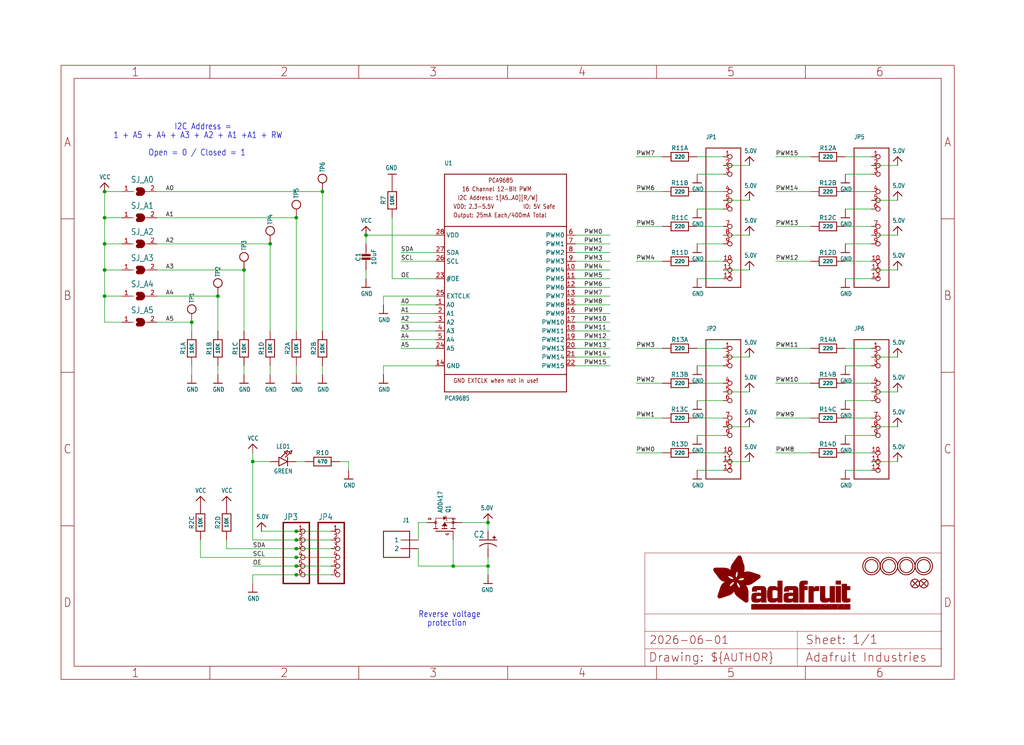
<source format=kicad_sch>
(kicad_sch (version 20230121) (generator eeschema)
  (paper "User" 298.45 217.322)
  (lib_symbols
    (symbol "working-eagle-import:5.0V" (power)
      (property "Value" "5.0V" (at -1.524 1.016 0))
      (symbol "5.0V_1_0"
        (pin power_in line (at 0 -2.54 90) (length 2.54) (name "5.0V") (number "1"))
      )
    )
    (symbol "working-eagle-import:CAP_CERAMIC0805-NOOUTLINE"
      (property "Reference" "C" (at -2.29 1.25 90))
      (symbol "CAP_CERAMIC0805-NOOUTLINE_1_0"
        (pin passive line (at 0 5.08 270) (length 2.54) (name "1") (number "1"))
        (pin passive line (at 0 -2.54 90) (length 2.54) (name "2") (number "2"))
      )
    )
    (symbol "working-eagle-import:CPOL-USE3.5-8"
      (property "Reference" "C" (at 1.016 0.635 0))
      (symbol "CPOL-USE3.5-8_1_0"
        (pin passive line (at 0 2.54 270) (length 2.54) (name "+") (number "+"))
        (pin passive line (at 0 -5.08 90) (length 2.54) (name "-") (number "-"))
      )
    )
    (symbol "working-eagle-import:FIDUCIAL{dblquote}{dblquote}")
    (symbol "working-eagle-import:FRAME_A4_ADAFRUIT"
      (symbol "FRAME_A4_ADAFRUIT_1_0"
        (text "${#}/${##}" (at 230.505 10.16 0) (effects (font (size 2.54 2.54)) (justify left bottom)))
        (text "${AUTHOR}" (at 189.23 5.08 0) (effects (font (size 2.286 2.286)) (justify left bottom)))
        (text "${CURRENT_DATE}" (at 171.45 10.16 0) (effects (font (size 2.286 2.286)) (justify left bottom)))
        (text "${PROJECTNAME}" (at 171.45 15.24 0) (effects (font (size 2.54 2.54)) (justify left bottom)))
        (text "1" (at 21.6958 1.905 0) (effects (font (size 2.54 2.286))))
        (text "1" (at 21.6958 177.165 0) (effects (font (size 2.54 2.286))))
        (text "2" (at 65.0875 1.905 0) (effects (font (size 2.54 2.286))))
        (text "2" (at 65.0875 177.165 0) (effects (font (size 2.54 2.286))))
        (text "3" (at 108.4792 1.905 0) (effects (font (size 2.54 2.286))))
        (text "3" (at 108.4792 177.165 0) (effects (font (size 2.54 2.286))))
        (text "4" (at 151.8708 1.905 0) (effects (font (size 2.54 2.286))))
        (text "4" (at 151.8708 177.165 0) (effects (font (size 2.54 2.286))))
        (text "5" (at 195.2625 1.905 0) (effects (font (size 2.54 2.286))))
        (text "5" (at 195.2625 177.165 0) (effects (font (size 2.54 2.286))))
        (text "6" (at 238.6542 1.905 0) (effects (font (size 2.54 2.286))))
        (text "6" (at 238.6542 177.165 0) (effects (font (size 2.54 2.286))))
        (text "A" (at 1.905 156.6863 0) (effects (font (size 2.54 2.286))))
        (text "A" (at 258.445 156.6863 0) (effects (font (size 2.54 2.286))))
        (text "Adafruit Industries" (at 216.916 4.953 0) (effects (font (size 2.54 2.54)) (justify left bottom)))
        (text "B" (at 1.905 111.9188 0) (effects (font (size 2.54 2.286))))
        (text "B" (at 258.445 111.9188 0) (effects (font (size 2.54 2.286))))
        (text "C" (at 1.905 67.1513 0) (effects (font (size 2.54 2.286))))
        (text "C" (at 258.445 67.1513 0) (effects (font (size 2.54 2.286))))
        (text "D" (at 1.905 22.3838 0) (effects (font (size 2.54 2.286))))
        (text "D" (at 258.445 22.3838 0) (effects (font (size 2.54 2.286))))
        (text "Drawing:" (at 171.196 4.953 0) (effects (font (size 2.54 2.54)) (justify left bottom)))
        (text "Sheet:" (at 216.916 10.033 0) (effects (font (size 2.54 2.54)) (justify left bottom)))
      )
    )
    (symbol "working-eagle-import:GND" (power)
      (property "Value" "GND" (at -1.524 -2.54 0))
      (symbol "GND_1_0"
        (pin power_in line (at 0 2.54 270) (length 2.54) (name "GND") (number "1"))
      )
    )
    (symbol "working-eagle-import:HEADER-3X04"
      (property "Reference" "JP" (at -5.08 22.86 0))
      (symbol "HEADER-3X04_1_0"
        (pin passive inverted (at 0 17.78 0) (length 2.54) (name "1") (number "1"))
        (pin passive inverted (at 0 -12.7 0) (length 2.54) (name "10") (number "10"))
        (pin passive inverted (at 0 -15.24 0) (length 2.54) (name "11") (number "11"))
        (pin passive inverted (at 0 -17.78 0) (length 2.54) (name "12") (number "12"))
        (pin passive inverted (at 0 15.24 0) (length 2.54) (name "2") (number "2"))
        (pin passive inverted (at 0 12.7 0) (length 2.54) (name "3") (number "3"))
        (pin passive inverted (at 0 7.62 0) (length 2.54) (name "4") (number "4"))
        (pin passive inverted (at 0 5.08 0) (length 2.54) (name "5") (number "5"))
        (pin passive inverted (at 0 2.54 0) (length 2.54) (name "6") (number "6"))
        (pin passive inverted (at 0 -2.54 0) (length 2.54) (name "7") (number "7"))
        (pin passive inverted (at 0 -5.08 0) (length 2.54) (name "8") (number "8"))
        (pin passive inverted (at 0 -7.62 0) (length 2.54) (name "9") (number "9"))
      )
    )
    (symbol "working-eagle-import:LED0805_NOOUTLINE"
      (property "Reference" "D" (at -1.27 4.445 0))
      (symbol "LED0805_NOOUTLINE_1_0"
        (pin passive line (at -5.08 0 0) (length 2.54) (name "A") (number "A"))
        (pin passive line (at 2.54 0 180) (length 2.54) (name "C") (number "C"))
      )
    )
    (symbol "working-eagle-import:MOSFET-PTO252"
      (property "Reference" "Q" (at 2.794 0.381 0))
      (symbol "MOSFET-PTO252_1_0"
        (text "D" (at 0.635 -3.81 0) (effects (font (size 0.8128 0.6908)) (justify left bottom)))
        (text "G" (at -3.81 1.27 0) (effects (font (size 0.8128 0.6908)) (justify left bottom)))
        (text "S" (at 0.635 3.175 0) (effects (font (size 0.8128 0.6908)) (justify left bottom)))
        (pin passive line (at -5.08 2.54 0) (length 2.54) (name "G") (number "1"))
        (pin passive line (at 0 5.08 270) (length 2.54) (name "S") (number "2"))
        (pin passive line (at 0 -5.08 90) (length 2.54) (name "D") (number "3"))
      )
    )
    (symbol "working-eagle-import:MOUNTINGHOLE2.5")
    (symbol "working-eagle-import:PCA9685"
      (property "Reference" "U" (at -17.78 35.56 0))
      (symbol "PCA9685_1_0"
        (text "16 Channel 12-Bit PWM" (at -12.7 27.94 0) (effects (font (size 1.27 1.0795)) (justify left bottom)))
        (text "GND EXTCLK when not in use!" (at -15.24 -27.94 0) (effects (font (size 1.27 1.0795)) (justify left bottom)))
        (text "I2C Address: 1[A5..A0][R/W]" (at -13.97 25.4 0) (effects (font (size 1.27 1.0795)) (justify left bottom)))
        (text "IO: 5V Safe" (at 5.08 22.86 0) (effects (font (size 1.27 1.0795)) (justify left bottom)))
        (text "Output: 25mA Each/400mA Total" (at -15.24 20.32 0) (effects (font (size 1.27 1.0795)) (justify left bottom)))
        (text "PCA9685" (at -5.08 30.48 0) (effects (font (size 1.27 1.0795)) (justify left bottom)))
        (text "VDD: 2.3-5.5V" (at -15.24 22.86 0) (effects (font (size 1.27 1.0795)) (justify left bottom)))
        (pin bidirectional line (at -20.32 -5.08 0) (length 2.54) (name "A0") (number "1"))
        (pin output line (at 20.32 5.08 180) (length 2.54) (name "PWM4") (number "10"))
        (pin output line (at 20.32 2.54 180) (length 2.54) (name "PWM5") (number "11"))
        (pin output line (at 20.32 0 180) (length 2.54) (name "PWM6") (number "12"))
        (pin output line (at 20.32 -2.54 180) (length 2.54) (name "PWM7") (number "13"))
        (pin power_in line (at -20.32 -22.86 0) (length 2.54) (name "GND") (number "14"))
        (pin output line (at 20.32 -5.08 180) (length 2.54) (name "PWM8") (number "15"))
        (pin output line (at 20.32 -7.62 180) (length 2.54) (name "PWM9") (number "16"))
        (pin output line (at 20.32 -10.16 180) (length 2.54) (name "PWM10") (number "17"))
        (pin output line (at 20.32 -12.7 180) (length 2.54) (name "PWM11") (number "18"))
        (pin output line (at 20.32 -15.24 180) (length 2.54) (name "PWM12") (number "19"))
        (pin bidirectional line (at -20.32 -7.62 0) (length 2.54) (name "A1") (number "2"))
        (pin output line (at 20.32 -17.78 180) (length 2.54) (name "PWM13") (number "20"))
        (pin output line (at 20.32 -20.32 180) (length 2.54) (name "PWM14") (number "21"))
        (pin output line (at 20.32 -22.86 180) (length 2.54) (name "PWM15") (number "22"))
        (pin input line (at -20.32 2.54 0) (length 2.54) (name "#OE") (number "23"))
        (pin bidirectional line (at -20.32 -17.78 0) (length 2.54) (name "A5") (number "24"))
        (pin input line (at -20.32 -2.54 0) (length 2.54) (name "EXTCLK") (number "25"))
        (pin bidirectional line (at -20.32 7.62 0) (length 2.54) (name "SCL") (number "26"))
        (pin bidirectional line (at -20.32 10.16 0) (length 2.54) (name "SDA") (number "27"))
        (pin power_in line (at -20.32 15.24 0) (length 2.54) (name "VDD") (number "28"))
        (pin bidirectional line (at -20.32 -10.16 0) (length 2.54) (name "A2") (number "3"))
        (pin bidirectional line (at -20.32 -12.7 0) (length 2.54) (name "A3") (number "4"))
        (pin bidirectional line (at -20.32 -15.24 0) (length 2.54) (name "A4") (number "5"))
        (pin output line (at 20.32 15.24 180) (length 2.54) (name "PWM0") (number "6"))
        (pin output line (at 20.32 12.7 180) (length 2.54) (name "PWM1") (number "7"))
        (pin output line (at 20.32 10.16 180) (length 2.54) (name "PWM2") (number "8"))
        (pin output line (at 20.32 7.62 180) (length 2.54) (name "PWM3") (number "9"))
      )
    )
    (symbol "working-eagle-import:PINHD-1X6CB"
      (property "Reference" "JP" (at -6.35 10.795 0))
      (symbol "PINHD-1X6CB_1_0"
        (pin passive inverted (at -2.54 7.62 0) (length 2.54) (name "1") (number "1"))
        (pin passive inverted (at -2.54 5.08 0) (length 2.54) (name "2") (number "2"))
        (pin passive inverted (at -2.54 2.54 0) (length 2.54) (name "3") (number "3"))
        (pin passive inverted (at -2.54 0 0) (length 2.54) (name "4") (number "4"))
        (pin passive inverted (at -2.54 -2.54 0) (length 2.54) (name "5") (number "5"))
        (pin passive inverted (at -2.54 -5.08 0) (length 2.54) (name "6") (number "6"))
      )
    )
    (symbol "working-eagle-import:RESISTOR0805_NOOUTLINE"
      (property "Reference" "R" (at 0 2.54 0))
      (symbol "RESISTOR0805_NOOUTLINE_1_0"
        (pin passive line (at -5.08 0 0) (length 2.54) (name "1") (number "1"))
        (pin passive line (at 5.08 0 180) (length 2.54) (name "2") (number "2"))
      )
    )
    (symbol "working-eagle-import:RESISTOR_0805MP"
      (property "Reference" "R" (at 0 2.54 0))
      (symbol "RESISTOR_0805MP_1_0"
        (pin passive line (at -5.08 0 0) (length 2.54) (name "1") (number "1"))
        (pin passive line (at 5.08 0 180) (length 2.54) (name "2") (number "2"))
      )
    )
    (symbol "working-eagle-import:RESISTOR_4PACK"
      (property "Reference" "R" (at 0 2.54 0))
      (symbol "RESISTOR_4PACK_1_0"
        (pin passive line (at -5.08 0 0) (length 2.54) (name "1") (number "1"))
        (pin passive line (at 5.08 0 180) (length 2.54) (name "2") (number "8"))
      )
      (symbol "RESISTOR_4PACK_2_0"
        (pin passive line (at -5.08 0 0) (length 2.54) (name "1") (number "2"))
        (pin passive line (at 5.08 0 180) (length 2.54) (name "2") (number "7"))
      )
      (symbol "RESISTOR_4PACK_3_0"
        (pin passive line (at -5.08 0 0) (length 2.54) (name "1") (number "3"))
        (pin passive line (at 5.08 0 180) (length 2.54) (name "2") (number "6"))
      )
      (symbol "RESISTOR_4PACK_4_0"
        (pin passive line (at -5.08 0 0) (length 2.54) (name "1") (number "4"))
        (pin passive line (at 5.08 0 180) (length 2.54) (name "2") (number "5"))
      )
    )
    (symbol "working-eagle-import:SOLDERJUMPERREFLOW_NOPASTE"
      (property "Reference" "SJ" (at -2.54 2.54 0))
      (symbol "SOLDERJUMPERREFLOW_NOPASTE_1_0"
        (pin passive line (at -5.08 0 0) (length 2.54) (name "1") (number "1"))
        (pin passive line (at 5.08 0 180) (length 2.54) (name "2") (number "2"))
      )
    )
    (symbol "working-eagle-import:TERMBLOCK_1X2"
      (property "Reference" "X" (at -2.54 7.62 0))
      (symbol "TERMBLOCK_1X2_1_0"
        (pin passive line (at -5.08 2.54 0) (length 5.08) (name "1") (number "1"))
        (pin passive line (at -5.08 0 0) (length 5.08) (name "2") (number "2"))
      )
    )
    (symbol "working-eagle-import:TESTPOINTROUND1MM"
      (property "Reference" "TP" (at 0 5.588 90))
      (symbol "TESTPOINTROUND1MM_1_0"
        (pin bidirectional line (at 0 0 90) (length 2.54) (name "P$1") (number "P$1"))
      )
    )
    (symbol "working-eagle-import:VCC" (power)
      (property "Value" "VCC" (at -1.524 1.016 0))
      (symbol "VCC_1_0"
        (pin power_in line (at 0 -2.54 90) (length 2.54) (name "VCC") (number "1"))
      )
    )
  )
  (junction (at 86.36 63.5))
  (junction (at 86.36 165.1))
  (junction (at 142.24 165.1))
  (junction (at 132.08 165.1))
  (junction (at 30.48 63.5))
  (junction (at 30.48 71.12))
  (junction (at 93.98 55.88))
  (junction (at 86.36 157.48))
  (junction (at 30.48 78.74))
  (junction (at 71.12 78.74))
  (junction (at 142.24 152.4))
  (junction (at 86.36 154.94))
  (junction (at 30.48 86.36))
  (junction (at 86.36 160.02))
  (junction (at 55.88 93.98))
  (junction (at 73.66 134.62))
  (junction (at 30.48 55.88))
  (junction (at 86.36 167.64))
  (junction (at 78.74 71.12))
  (junction (at 86.36 162.56))
  (junction (at 63.5 86.36))
  (junction (at 106.68 68.58))
  (wire (pts (xy 142.24 165.1) (xy 132.08 165.1)) (stroke (width 0.1524)))
  (wire (pts (xy 210.82 116.84) (xy 203.2 116.84)) (stroke (width 0.1524)))
  (wire (pts (xy 236.22 132.08) (xy 226.06 132.08)) (stroke (width 0.1524)))
  (wire (pts (xy 210.82 114.3) (xy 218.44 114.3)) (stroke (width 0.1524)))
  (wire (pts (xy 254 137.16) (xy 246.38 137.16)) (stroke (width 0.1524)))
  (wire (pts (xy 35.56 93.98) (xy 30.48 93.98)) (stroke (width 0.1524)))
  (wire (pts (xy 30.48 78.74) (xy 30.48 71.12)) (stroke (width 0.1524)))
  (wire (pts (xy 210.82 60.96) (xy 203.2 60.96)) (stroke (width 0.1524)))
  (wire (pts (xy 254 50.8) (xy 246.38 50.8)) (stroke (width 0.1524)))
  (wire (pts (xy 210.82 127) (xy 203.2 127)) (stroke (width 0.1524)))
  (wire (pts (xy 45.72 78.74) (xy 71.12 78.74)) (stroke (width 0.1524)))
  (wire (pts (xy 114.3 81.28) (xy 114.3 63.5)) (stroke (width 0.1524)))
  (wire (pts (xy 93.98 55.88) (xy 93.98 96.52)) (stroke (width 0.1524)))
  (wire (pts (xy 203.2 55.88) (xy 210.82 55.88)) (stroke (width 0.1524)))
  (wire (pts (xy 236.22 111.76) (xy 226.06 111.76)) (stroke (width 0.1524)))
  (wire (pts (xy 246.38 66.04) (xy 254 66.04)) (stroke (width 0.1524)))
  (wire (pts (xy 55.88 93.98) (xy 55.88 96.52)) (stroke (width 0.1524)))
  (wire (pts (xy 210.82 50.8) (xy 203.2 50.8)) (stroke (width 0.1524)))
  (wire (pts (xy 66.04 160.02) (xy 66.04 157.48)) (stroke (width 0.1524)))
  (wire (pts (xy 254 60.96) (xy 246.38 60.96)) (stroke (width 0.1524)))
  (wire (pts (xy 203.2 132.08) (xy 210.82 132.08)) (stroke (width 0.1524)))
  (wire (pts (xy 127 73.66) (xy 116.84 73.66)) (stroke (width 0.1524)))
  (wire (pts (xy 210.82 58.42) (xy 218.44 58.42)) (stroke (width 0.1524)))
  (wire (pts (xy 254 104.14) (xy 261.62 104.14)) (stroke (width 0.1524)))
  (wire (pts (xy 45.72 63.5) (xy 86.36 63.5)) (stroke (width 0.1524)))
  (wire (pts (xy 71.12 78.74) (xy 71.12 96.52)) (stroke (width 0.1524)))
  (wire (pts (xy 30.48 63.5) (xy 30.48 55.88)) (stroke (width 0.1524)))
  (wire (pts (xy 73.66 167.64) (xy 73.66 170.18)) (stroke (width 0.1524)))
  (wire (pts (xy 45.72 86.36) (xy 63.5 86.36)) (stroke (width 0.1524)))
  (wire (pts (xy 193.04 45.72) (xy 185.42 45.72)) (stroke (width 0.1524)))
  (wire (pts (xy 35.56 71.12) (xy 30.48 71.12)) (stroke (width 0.1524)))
  (wire (pts (xy 254 58.42) (xy 261.62 58.42)) (stroke (width 0.1524)))
  (wire (pts (xy 96.52 160.02) (xy 86.36 160.02)) (stroke (width 0.1524)))
  (wire (pts (xy 127 86.36) (xy 111.76 86.36)) (stroke (width 0.1524)))
  (wire (pts (xy 210.82 104.14) (xy 218.44 104.14)) (stroke (width 0.1524)))
  (wire (pts (xy 254 127) (xy 246.38 127)) (stroke (width 0.1524)))
  (wire (pts (xy 78.74 106.68) (xy 78.74 109.22)) (stroke (width 0.1524)))
  (wire (pts (xy 106.68 68.58) (xy 127 68.58)) (stroke (width 0.1524)))
  (wire (pts (xy 58.42 162.56) (xy 58.42 157.48)) (stroke (width 0.1524)))
  (wire (pts (xy 167.64 78.74) (xy 177.8 78.74)) (stroke (width 0.1524)))
  (wire (pts (xy 73.66 157.48) (xy 73.66 134.62)) (stroke (width 0.1524)))
  (wire (pts (xy 254 68.58) (xy 261.62 68.58)) (stroke (width 0.1524)))
  (wire (pts (xy 134.62 152.4) (xy 142.24 152.4)) (stroke (width 0.1524)))
  (wire (pts (xy 96.52 157.48) (xy 86.36 157.48)) (stroke (width 0.1524)))
  (wire (pts (xy 35.56 86.36) (xy 30.48 86.36)) (stroke (width 0.1524)))
  (wire (pts (xy 127 99.06) (xy 116.84 99.06)) (stroke (width 0.1524)))
  (wire (pts (xy 246.38 76.2) (xy 254 76.2)) (stroke (width 0.1524)))
  (wire (pts (xy 167.64 86.36) (xy 177.8 86.36)) (stroke (width 0.1524)))
  (wire (pts (xy 167.64 73.66) (xy 177.8 73.66)) (stroke (width 0.1524)))
  (wire (pts (xy 86.36 165.1) (xy 73.66 165.1)) (stroke (width 0.1524)))
  (wire (pts (xy 30.48 93.98) (xy 30.48 86.36)) (stroke (width 0.1524)))
  (wire (pts (xy 203.2 101.6) (xy 210.82 101.6)) (stroke (width 0.1524)))
  (wire (pts (xy 96.52 162.56) (xy 86.36 162.56)) (stroke (width 0.1524)))
  (wire (pts (xy 210.82 78.74) (xy 218.44 78.74)) (stroke (width 0.1524)))
  (wire (pts (xy 73.66 134.62) (xy 73.66 132.08)) (stroke (width 0.1524)))
  (wire (pts (xy 86.36 160.02) (xy 66.04 160.02)) (stroke (width 0.1524)))
  (wire (pts (xy 167.64 83.82) (xy 177.8 83.82)) (stroke (width 0.1524)))
  (wire (pts (xy 86.36 154.94) (xy 96.52 154.94)) (stroke (width 0.1524)))
  (wire (pts (xy 203.2 121.92) (xy 210.82 121.92)) (stroke (width 0.1524)))
  (wire (pts (xy 86.36 134.62) (xy 88.9 134.62)) (stroke (width 0.1524)))
  (wire (pts (xy 121.92 165.1) (xy 121.92 160.02)) (stroke (width 0.1524)))
  (wire (pts (xy 86.36 63.5) (xy 86.36 96.52)) (stroke (width 0.1524)))
  (wire (pts (xy 96.52 167.64) (xy 86.36 167.64)) (stroke (width 0.1524)))
  (wire (pts (xy 210.82 137.16) (xy 203.2 137.16)) (stroke (width 0.1524)))
  (wire (pts (xy 246.38 55.88) (xy 254 55.88)) (stroke (width 0.1524)))
  (wire (pts (xy 35.56 78.74) (xy 30.48 78.74)) (stroke (width 0.1524)))
  (wire (pts (xy 236.22 121.92) (xy 226.06 121.92)) (stroke (width 0.1524)))
  (wire (pts (xy 142.24 162.56) (xy 142.24 165.1)) (stroke (width 0.1524)))
  (wire (pts (xy 167.64 99.06) (xy 177.8 99.06)) (stroke (width 0.1524)))
  (wire (pts (xy 210.82 81.28) (xy 203.2 81.28)) (stroke (width 0.1524)))
  (wire (pts (xy 132.08 165.1) (xy 121.92 165.1)) (stroke (width 0.1524)))
  (wire (pts (xy 35.56 55.88) (xy 30.48 55.88)) (stroke (width 0.1524)))
  (wire (pts (xy 254 114.3) (xy 261.62 114.3)) (stroke (width 0.1524)))
  (wire (pts (xy 254 78.74) (xy 261.62 78.74)) (stroke (width 0.1524)))
  (wire (pts (xy 71.12 106.68) (xy 71.12 109.22)) (stroke (width 0.1524)))
  (wire (pts (xy 127 96.52) (xy 116.84 96.52)) (stroke (width 0.1524)))
  (wire (pts (xy 111.76 86.36) (xy 111.76 88.9)) (stroke (width 0.1524)))
  (wire (pts (xy 210.82 71.12) (xy 203.2 71.12)) (stroke (width 0.1524)))
  (wire (pts (xy 45.72 55.88) (xy 93.98 55.88)) (stroke (width 0.1524)))
  (wire (pts (xy 167.64 68.58) (xy 177.8 68.58)) (stroke (width 0.1524)))
  (wire (pts (xy 210.82 134.62) (xy 218.44 134.62)) (stroke (width 0.1524)))
  (wire (pts (xy 254 81.28) (xy 246.38 81.28)) (stroke (width 0.1524)))
  (wire (pts (xy 86.36 157.48) (xy 73.66 157.48)) (stroke (width 0.1524)))
  (wire (pts (xy 127 101.6) (xy 116.84 101.6)) (stroke (width 0.1524)))
  (wire (pts (xy 124.46 152.4) (xy 121.92 152.4)) (stroke (width 0.1524)))
  (wire (pts (xy 86.36 162.56) (xy 58.42 162.56)) (stroke (width 0.1524)))
  (wire (pts (xy 127 93.98) (xy 116.84 93.98)) (stroke (width 0.1524)))
  (wire (pts (xy 167.64 96.52) (xy 177.8 96.52)) (stroke (width 0.1524)))
  (wire (pts (xy 254 71.12) (xy 246.38 71.12)) (stroke (width 0.1524)))
  (wire (pts (xy 127 88.9) (xy 116.84 88.9)) (stroke (width 0.1524)))
  (wire (pts (xy 63.5 86.36) (xy 63.5 96.52)) (stroke (width 0.1524)))
  (wire (pts (xy 167.64 76.2) (xy 177.8 76.2)) (stroke (width 0.1524)))
  (wire (pts (xy 254 48.26) (xy 261.62 48.26)) (stroke (width 0.1524)))
  (wire (pts (xy 45.72 93.98) (xy 55.88 93.98)) (stroke (width 0.1524)))
  (wire (pts (xy 86.36 106.68) (xy 86.36 109.22)) (stroke (width 0.1524)))
  (wire (pts (xy 106.68 68.58) (xy 106.68 71.12)) (stroke (width 0.1524)))
  (wire (pts (xy 73.66 134.62) (xy 78.74 134.62)) (stroke (width 0.1524)))
  (wire (pts (xy 127 81.28) (xy 114.3 81.28)) (stroke (width 0.1524)))
  (wire (pts (xy 236.22 45.72) (xy 226.06 45.72)) (stroke (width 0.1524)))
  (wire (pts (xy 203.2 76.2) (xy 210.82 76.2)) (stroke (width 0.1524)))
  (wire (pts (xy 142.24 165.1) (xy 142.24 167.64)) (stroke (width 0.1524)))
  (wire (pts (xy 167.64 81.28) (xy 177.8 81.28)) (stroke (width 0.1524)))
  (wire (pts (xy 63.5 106.68) (xy 63.5 109.22)) (stroke (width 0.1524)))
  (wire (pts (xy 132.08 157.48) (xy 132.08 165.1)) (stroke (width 0.1524)))
  (wire (pts (xy 167.64 93.98) (xy 177.8 93.98)) (stroke (width 0.1524)))
  (wire (pts (xy 86.36 167.64) (xy 73.66 167.64)) (stroke (width 0.1524)))
  (wire (pts (xy 55.88 106.68) (xy 55.88 109.22)) (stroke (width 0.1524)))
  (wire (pts (xy 127 106.68) (xy 111.76 106.68)) (stroke (width 0.1524)))
  (wire (pts (xy 236.22 66.04) (xy 226.06 66.04)) (stroke (width 0.1524)))
  (wire (pts (xy 203.2 111.76) (xy 210.82 111.76)) (stroke (width 0.1524)))
  (wire (pts (xy 236.22 76.2) (xy 226.06 76.2)) (stroke (width 0.1524)))
  (wire (pts (xy 167.64 91.44) (xy 177.8 91.44)) (stroke (width 0.1524)))
  (wire (pts (xy 193.04 121.92) (xy 185.42 121.92)) (stroke (width 0.1524)))
  (wire (pts (xy 203.2 66.04) (xy 210.82 66.04)) (stroke (width 0.1524)))
  (wire (pts (xy 254 134.62) (xy 261.62 134.62)) (stroke (width 0.1524)))
  (wire (pts (xy 246.38 101.6) (xy 254 101.6)) (stroke (width 0.1524)))
  (wire (pts (xy 185.42 55.88) (xy 193.04 55.88)) (stroke (width 0.1524)))
  (wire (pts (xy 93.98 106.68) (xy 93.98 109.22)) (stroke (width 0.1524)))
  (wire (pts (xy 210.82 124.46) (xy 218.44 124.46)) (stroke (width 0.1524)))
  (wire (pts (xy 106.68 78.74) (xy 106.68 81.28)) (stroke (width 0.1524)))
  (wire (pts (xy 193.04 66.04) (xy 185.42 66.04)) (stroke (width 0.1524)))
  (wire (pts (xy 78.74 71.12) (xy 78.74 96.52)) (stroke (width 0.1524)))
  (wire (pts (xy 236.22 55.88) (xy 226.06 55.88)) (stroke (width 0.1524)))
  (wire (pts (xy 254 124.46) (xy 261.62 124.46)) (stroke (width 0.1524)))
  (wire (pts (xy 167.64 88.9) (xy 177.8 88.9)) (stroke (width 0.1524)))
  (wire (pts (xy 167.64 104.14) (xy 177.8 104.14)) (stroke (width 0.1524)))
  (wire (pts (xy 30.48 71.12) (xy 30.48 63.5)) (stroke (width 0.1524)))
  (wire (pts (xy 193.04 101.6) (xy 185.42 101.6)) (stroke (width 0.1524)))
  (wire (pts (xy 246.38 121.92) (xy 254 121.92)) (stroke (width 0.1524)))
  (wire (pts (xy 210.82 48.26) (xy 218.44 48.26)) (stroke (width 0.1524)))
  (wire (pts (xy 167.64 101.6) (xy 177.8 101.6)) (stroke (width 0.1524)))
  (wire (pts (xy 246.38 45.72) (xy 254 45.72)) (stroke (width 0.1524)))
  (wire (pts (xy 127 91.44) (xy 116.84 91.44)) (stroke (width 0.1524)))
  (wire (pts (xy 121.92 152.4) (xy 121.92 157.48)) (stroke (width 0.1524)))
  (wire (pts (xy 45.72 71.12) (xy 78.74 71.12)) (stroke (width 0.1524)))
  (wire (pts (xy 127 76.2) (xy 116.84 76.2)) (stroke (width 0.1524)))
  (wire (pts (xy 30.48 86.36) (xy 30.48 78.74)) (stroke (width 0.1524)))
  (wire (pts (xy 99.06 134.62) (xy 101.6 134.62)) (stroke (width 0.1524)))
  (wire (pts (xy 236.22 101.6) (xy 226.06 101.6)) (stroke (width 0.1524)))
  (wire (pts (xy 35.56 63.5) (xy 30.48 63.5)) (stroke (width 0.1524)))
  (wire (pts (xy 210.82 68.58) (xy 218.44 68.58)) (stroke (width 0.1524)))
  (wire (pts (xy 167.64 71.12) (xy 177.8 71.12)) (stroke (width 0.1524)))
  (wire (pts (xy 193.04 76.2) (xy 185.42 76.2)) (stroke (width 0.1524)))
  (wire (pts (xy 96.52 165.1) (xy 86.36 165.1)) (stroke (width 0.1524)))
  (wire (pts (xy 167.64 106.68) (xy 177.8 106.68)) (stroke (width 0.1524)))
  (wire (pts (xy 193.04 111.76) (xy 185.42 111.76)) (stroke (width 0.1524)))
  (wire (pts (xy 111.76 106.68) (xy 111.76 109.22)) (stroke (width 0.1524)))
  (wire (pts (xy 203.2 45.72) (xy 210.82 45.72)) (stroke (width 0.1524)))
  (wire (pts (xy 246.38 111.76) (xy 254 111.76)) (stroke (width 0.1524)))
  (wire (pts (xy 76.2 154.94) (xy 86.36 154.94)) (stroke (width 0.1524)))
  (wire (pts (xy 254 106.68) (xy 246.38 106.68)) (stroke (width 0.1524)))
  (wire (pts (xy 193.04 132.08) (xy 185.42 132.08)) (stroke (width 0.1524)))
  (wire (pts (xy 142.24 152.4) (xy 142.24 154.94)) (stroke (width 0.1524)))
  (wire (pts (xy 254 116.84) (xy 246.38 116.84)) (stroke (width 0.1524)))
  (wire (pts (xy 246.38 132.08) (xy 254 132.08)) (stroke (width 0.1524)))
  (wire (pts (xy 101.6 134.62) (xy 101.6 137.16)) (stroke (width 0.1524)))
  (wire (pts (xy 210.82 106.68) (xy 203.2 106.68)) (stroke (width 0.1524)))
  (text "1 + A5 + A4 + A3 + A2 + A1 +A1 + RW" (at 33.02 40.64 0) (effects (font (size 1.778 1.5113)) (justify left bottom)))
  (text "Open = 0 / Closed = 1" (at 43.18 45.72 0) (effects (font (size 1.778 1.5113)) (justify left bottom)))
  (text "protection" (at 124.46 182.88 0) (effects (font (size 1.778 1.5113)) (justify left bottom)))
  (text "Reverse voltage" (at 121.92 180.34 0) (effects (font (size 1.778 1.5113)) (justify left bottom)))
  (text "I2C Address =" (at 50.8 38.1 0) (effects (font (size 1.778 1.5113)) (justify left bottom)))
  (label "A4" (at 116.84 99.06 0) (effects (font (size 1.2446 1.2446))))
  (label "PWM5" (at 185.42 66.04 0) (effects (font (size 1.2446 1.2446))))
  (label "A1" (at 116.84 91.44 0) (effects (font (size 1.2446 1.2446))))
  (label "PWM2" (at 170.18 73.66 0) (effects (font (size 1.2446 1.2446))))
  (label "PWM8" (at 170.18 88.9 0) (effects (font (size 1.2446 1.2446))))
  (label "A5" (at 116.84 101.6 0) (effects (font (size 1.2446 1.2446))))
  (label "A4" (at 48.26 86.36 0) (effects (font (size 1.2446 1.2446))))
  (label "PWM4" (at 185.42 76.2 0) (effects (font (size 1.2446 1.2446))))
  (label "A3" (at 116.84 96.52 0) (effects (font (size 1.2446 1.2446))))
  (label "PWM1" (at 185.42 121.92 0) (effects (font (size 1.2446 1.2446))))
  (label "A2" (at 48.26 71.12 0) (effects (font (size 1.2446 1.2446))))
  (label "PWM3" (at 185.42 101.6 0) (effects (font (size 1.2446 1.2446))))
  (label "PWM12" (at 226.06 76.2 0) (effects (font (size 1.2446 1.2446))))
  (label "PWM9" (at 226.06 121.92 0) (effects (font (size 1.2446 1.2446))))
  (label "PWM15" (at 226.06 45.72 0) (effects (font (size 1.2446 1.2446))))
  (label "PWM13" (at 170.18 101.6 0) (effects (font (size 1.2446 1.2446))))
  (label "PWM7" (at 185.42 45.72 0) (effects (font (size 1.2446 1.2446))))
  (label "PWM7" (at 170.18 86.36 0) (effects (font (size 1.2446 1.2446))))
  (label "PWM0" (at 170.18 68.58 0) (effects (font (size 1.2446 1.2446))))
  (label "PWM11" (at 170.18 96.52 0) (effects (font (size 1.2446 1.2446))))
  (label "PWM13" (at 226.06 66.04 0) (effects (font (size 1.2446 1.2446))))
  (label "PWM12" (at 170.18 99.06 0) (effects (font (size 1.2446 1.2446))))
  (label "PWM0" (at 185.42 132.08 0) (effects (font (size 1.2446 1.2446))))
  (label "SCL" (at 116.84 76.2 0) (effects (font (size 1.2446 1.2446))))
  (label "PWM3" (at 170.18 76.2 0) (effects (font (size 1.2446 1.2446))))
  (label "SCL" (at 73.66 162.56 0) (effects (font (size 1.2446 1.2446))))
  (label "OE" (at 116.84 81.28 0) (effects (font (size 1.2446 1.2446))))
  (label "PWM9" (at 170.18 91.44 0) (effects (font (size 1.2446 1.2446))))
  (label "A0" (at 116.84 88.9 0) (effects (font (size 1.2446 1.2446))))
  (label "PWM2" (at 185.42 111.76 0) (effects (font (size 1.2446 1.2446))))
  (label "PWM4" (at 170.18 78.74 0) (effects (font (size 1.2446 1.2446))))
  (label "PWM5" (at 170.18 81.28 0) (effects (font (size 1.2446 1.2446))))
  (label "PWM11" (at 226.06 101.6 0) (effects (font (size 1.2446 1.2446))))
  (label "SDA" (at 116.84 73.66 0) (effects (font (size 1.2446 1.2446))))
  (label "PWM14" (at 226.06 55.88 0) (effects (font (size 1.2446 1.2446))))
  (label "A2" (at 116.84 93.98 0) (effects (font (size 1.2446 1.2446))))
  (label "PWM10" (at 226.06 111.76 0) (effects (font (size 1.2446 1.2446))))
  (label "PWM6" (at 170.18 83.82 0) (effects (font (size 1.2446 1.2446))))
  (label "A0" (at 48.26 55.88 0) (effects (font (size 1.2446 1.2446))))
  (label "SDA" (at 73.66 160.02 0) (effects (font (size 1.2446 1.2446))))
  (label "A3" (at 48.26 78.74 0) (effects (font (size 1.2446 1.2446))))
  (label "PWM14" (at 170.18 104.14 0) (effects (font (size 1.2446 1.2446))))
  (label "A5" (at 48.26 93.98 0) (effects (font (size 1.2446 1.2446))))
  (label "PWM6" (at 185.42 55.88 0) (effects (font (size 1.2446 1.2446))))
  (label "OE" (at 73.66 165.1 0) (effects (font (size 1.2446 1.2446))))
  (label "PWM1" (at 170.18 71.12 0) (effects (font (size 1.2446 1.2446))))
  (label "PWM10" (at 170.18 93.98 0) (effects (font (size 1.2446 1.2446))))
  (label "PWM8" (at 226.06 132.08 0) (effects (font (size 1.2446 1.2446))))
  (label "PWM15" (at 170.18 106.68 0) (effects (font (size 1.2446 1.2446))))
  (label "A1" (at 48.26 63.5 0) (effects (font (size 1.2446 1.2446))))
  (symbol (lib_id "working-eagle-import:5.0V") (at 218.44 111.76 0) (unit 1)
    (property "Reference" "#U$7" (effects hide))
    (property "Value" "5.0V" (at 216.916 110.744 0) (effects (font (size 1.27 1.0795)) (justify left bottom)))
  )
  (symbol (lib_id "working-eagle-import:RESISTOR_4PACK") (at 63.5 101.6 90) (unit 2)
    (property "Reference" "R1" (at 60.96 101.6 0))
    (property "Value" "10K" (at 63.5 101.6 0) (effects (font (size 1.016 1.016) bold)))
    (property "Footprint" "working:RESPACK_4X0603" (effects hide))
  )
  (symbol (lib_id "working-eagle-import:5.0V") (at 218.44 101.6 0) (unit 1)
    (property "Reference" "#U$6" (effects hide))
    (property "Value" "5.0V" (at 216.916 100.584 0) (effects (font (size 1.27 1.0795)) (justify left bottom)))
  )
  (symbol (lib_id "working-eagle-import:GND") (at 93.98 111.76 0) (unit 1)
    (property "Reference" "#U$41" (effects hide))
    (property "Value" "GND" (at 92.456 114.3 0) (effects (font (size 1.27 1.0795)) (justify left bottom)))
  )
  (symbol (lib_id "working-eagle-import:5.0V") (at 142.24 149.86 0) (mirror y) (unit 1)
    (property "Reference" "#U$45" (effects hide))
    (property "Value" "5.0V" (at 143.764 148.844 0) (effects (font (size 1.27 1.0795)) (justify left bottom)))
  )
  (symbol (lib_id "working-eagle-import:RESISTOR_4PACK") (at 198.12 111.76 0) (unit 2)
    (property "Reference" "R13" (at 198.12 109.22 0))
    (property "Value" "220" (at 198.12 111.76 0) (effects (font (size 1.016 1.016) bold)))
    (property "Footprint" "working:RESPACK_4X0603" (effects hide))
  )
  (symbol (lib_id "working-eagle-import:TESTPOINTROUND1MM") (at 71.12 78.74 0) (unit 1)
    (property "Reference" "TP3" (at 71.12 73.152 90) (effects (font (size 1.27 1.0795)) (justify left)))
    (property "Value" "TESTPOINTROUND1MM" (effects hide))
    (property "Footprint" "working:TESTPOINT_ROUND_1MM" (effects hide))
  )
  (symbol (lib_id "working-eagle-import:RESISTOR_4PACK") (at 241.3 101.6 0) (unit 1)
    (property "Reference" "R14" (at 241.3 99.06 0))
    (property "Value" "220" (at 241.3 101.6 0) (effects (font (size 1.016 1.016) bold)))
    (property "Footprint" "working:RESPACK_4X0603" (effects hide))
  )
  (symbol (lib_id "working-eagle-import:GND") (at 246.38 53.34 0) (unit 1)
    (property "Reference" "#U$31" (effects hide))
    (property "Value" "GND" (at 244.856 55.88 0) (effects (font (size 1.27 1.0795)) (justify left bottom)))
  )
  (symbol (lib_id "working-eagle-import:MOUNTINGHOLE2.5") (at 254 165.1 0) (unit 1)
    (property "Reference" "U$50" (effects hide))
    (property "Value" "MOUNTINGHOLE2.5" (effects hide))
    (property "Footprint" "working:MOUNTINGHOLE_2.5_PLATED" (effects hide))
  )
  (symbol (lib_id "working-eagle-import:5.0V") (at 261.62 55.88 0) (unit 1)
    (property "Reference" "#U$11" (effects hide))
    (property "Value" "5.0V" (at 260.096 54.864 0) (effects (font (size 1.27 1.0795)) (justify left bottom)))
  )
  (symbol (lib_id "working-eagle-import:5.0V") (at 261.62 45.72 0) (unit 1)
    (property "Reference" "#U$10" (effects hide))
    (property "Value" "5.0V" (at 260.096 44.704 0) (effects (font (size 1.27 1.0795)) (justify left bottom)))
  )
  (symbol (lib_id "working-eagle-import:PCA9685") (at 147.32 83.82 0) (unit 1)
    (property "Reference" "U1" (at 129.54 48.26 0) (effects (font (size 1.27 1.0795)) (justify left bottom)))
    (property "Value" "PCA9685" (at 129.54 116.84 0) (effects (font (size 1.27 1.0795)) (justify left bottom)))
    (property "Footprint" "working:TSSOP28" (effects hide))
  )
  (symbol (lib_id "working-eagle-import:HEADER-3X04") (at 210.82 119.38 0) (unit 1)
    (property "Reference" "JP2" (at 205.74 96.52 0) (effects (font (size 1.27 1.0795)) (justify left bottom)))
    (property "Value" "HEADER-3X04" (effects hide))
    (property "Footprint" "working:3X04" (effects hide))
  )
  (symbol (lib_id "working-eagle-import:CPOL-USE3.5-8") (at 142.24 157.48 0) (mirror y) (unit 1)
    (property "Reference" "C2" (at 141.224 156.845 0) (effects (font (size 1.778 1.5113)) (justify left bottom)))
    (property "Value" "CPOL-USE3.5-8" (effects hide))
    (property "Footprint" "working:E3,5-8" (effects hide))
  )
  (symbol (lib_id "working-eagle-import:5.0V") (at 261.62 66.04 0) (unit 1)
    (property "Reference" "#U$12" (effects hide))
    (property "Value" "5.0V" (at 260.096 65.024 0) (effects (font (size 1.27 1.0795)) (justify left bottom)))
  )
  (symbol (lib_id "working-eagle-import:GND") (at 142.24 170.18 0) (mirror y) (unit 1)
    (property "Reference" "#U$46" (effects hide))
    (property "Value" "GND" (at 143.764 172.72 0) (effects (font (size 1.27 1.0795)) (justify left bottom)))
  )
  (symbol (lib_id "working-eagle-import:GND") (at 203.2 63.5 0) (unit 1)
    (property "Reference" "#U$19" (effects hide))
    (property "Value" "GND" (at 201.676 66.04 0) (effects (font (size 1.27 1.0795)) (justify left bottom)))
  )
  (symbol (lib_id "working-eagle-import:TESTPOINTROUND1MM") (at 63.5 86.36 0) (unit 1)
    (property "Reference" "TP2" (at 63.5 80.772 90) (effects (font (size 1.27 1.0795)) (justify left)))
    (property "Value" "TESTPOINTROUND1MM" (effects hide))
    (property "Footprint" "working:TESTPOINT_ROUND_1MM" (effects hide))
  )
  (symbol (lib_id "working-eagle-import:VCC") (at 66.04 144.78 0) (unit 1)
    (property "Reference" "#P+10" (effects hide))
    (property "Value" "VCC" (at 64.516 143.764 0) (effects (font (size 1.27 1.0795)) (justify left bottom)))
  )
  (symbol (lib_id "working-eagle-import:SOLDERJUMPERREFLOW_NOPASTE") (at 40.64 78.74 0) (unit 1)
    (property "Reference" "SJ_A3" (at 38.1 76.2 0) (effects (font (size 1.778 1.5113)) (justify left bottom)))
    (property "Value" "SOLDERJUMPERREFLOW_NOPASTE" (effects hide))
    (property "Footprint" "working:SOLDERJUMPER_REFLOW_NOPASTE" (effects hide))
  )
  (symbol (lib_id "working-eagle-import:RESISTOR_4PACK") (at 198.12 55.88 0) (unit 2)
    (property "Reference" "R11" (at 198.12 53.34 0))
    (property "Value" "220" (at 198.12 55.88 0) (effects (font (size 1.016 1.016) bold)))
    (property "Footprint" "working:RESPACK_4X0603" (effects hide))
  )
  (symbol (lib_id "working-eagle-import:GND") (at 73.66 172.72 0) (unit 1)
    (property "Reference" "#U$44" (effects hide))
    (property "Value" "GND" (at 72.136 175.26 0) (effects (font (size 1.27 1.0795)) (justify left bottom)))
  )
  (symbol (lib_id "working-eagle-import:GND") (at 86.36 111.76 0) (unit 1)
    (property "Reference" "#U$40" (effects hide))
    (property "Value" "GND" (at 84.836 114.3 0) (effects (font (size 1.27 1.0795)) (justify left bottom)))
  )
  (symbol (lib_id "working-eagle-import:SOLDERJUMPERREFLOW_NOPASTE") (at 40.64 93.98 0) (unit 1)
    (property "Reference" "SJ_A5" (at 38.1 91.44 0) (effects (font (size 1.778 1.5113)) (justify left bottom)))
    (property "Value" "SOLDERJUMPERREFLOW_NOPASTE" (effects hide))
    (property "Footprint" "working:SOLDERJUMPER_REFLOW_NOPASTE" (effects hide))
  )
  (symbol (lib_id "working-eagle-import:GND") (at 246.38 73.66 0) (unit 1)
    (property "Reference" "#U$29" (effects hide))
    (property "Value" "GND" (at 244.856 76.2 0) (effects (font (size 1.27 1.0795)) (justify left bottom)))
  )
  (symbol (lib_id "working-eagle-import:FIDUCIAL{dblquote}{dblquote}") (at 266.7 170.18 0) (unit 1)
    (property "Reference" "FID2" (effects hide))
    (property "Value" "FIDUCIAL{dblquote}{dblquote}" (effects hide))
    (property "Footprint" "working:FIDUCIAL_1MM" (effects hide))
  )
  (symbol (lib_id "working-eagle-import:SOLDERJUMPERREFLOW_NOPASTE") (at 40.64 63.5 0) (unit 1)
    (property "Reference" "SJ_A1" (at 38.1 60.96 0) (effects (font (size 1.778 1.5113)) (justify left bottom)))
    (property "Value" "SOLDERJUMPERREFLOW_NOPASTE" (effects hide))
    (property "Footprint" "working:SOLDERJUMPER_REFLOW_NOPASTE" (effects hide))
  )
  (symbol (lib_id "working-eagle-import:GND") (at 203.2 83.82 0) (unit 1)
    (property "Reference" "#U$21" (effects hide))
    (property "Value" "GND" (at 201.676 86.36 0) (effects (font (size 1.27 1.0795)) (justify left bottom)))
  )
  (symbol (lib_id "working-eagle-import:RESISTOR_4PACK") (at 93.98 101.6 90) (unit 2)
    (property "Reference" "R2" (at 91.44 101.6 0))
    (property "Value" "10K" (at 93.98 101.6 0) (effects (font (size 1.016 1.016) bold)))
    (property "Footprint" "working:RESPACK_4X0603" (effects hide))
  )
  (symbol (lib_id "working-eagle-import:GND") (at 111.76 111.76 0) (unit 1)
    (property "Reference" "#U$35" (effects hide))
    (property "Value" "GND" (at 110.236 114.3 0) (effects (font (size 1.27 1.0795)) (justify left bottom)))
  )
  (symbol (lib_id "working-eagle-import:RESISTOR_4PACK") (at 241.3 45.72 0) (unit 1)
    (property "Reference" "R12" (at 241.3 43.18 0))
    (property "Value" "220" (at 241.3 45.72 0) (effects (font (size 1.016 1.016) bold)))
    (property "Footprint" "working:RESPACK_4X0603" (effects hide))
  )
  (symbol (lib_id "working-eagle-import:TERMBLOCK_1X2") (at 116.84 160.02 0) (mirror y) (unit 1)
    (property "Reference" "J1" (at 119.38 152.4 0) (effects (font (size 1.27 1.0795)) (justify left bottom)))
    (property "Value" "TERMBLOCK_1X2" (effects hide))
    (property "Footprint" "working:TERMBLOCK_1X2-3.5MM" (effects hide))
  )
  (symbol (lib_id "working-eagle-import:GND") (at 246.38 109.22 0) (unit 1)
    (property "Reference" "#U$27" (effects hide))
    (property "Value" "GND" (at 244.856 111.76 0) (effects (font (size 1.27 1.0795)) (justify left bottom)))
  )
  (symbol (lib_id "working-eagle-import:RESISTOR_4PACK") (at 198.12 101.6 0) (unit 1)
    (property "Reference" "R13" (at 198.12 99.06 0))
    (property "Value" "220" (at 198.12 101.6 0) (effects (font (size 1.016 1.016) bold)))
    (property "Footprint" "working:RESPACK_4X0603" (effects hide))
  )
  (symbol (lib_id "working-eagle-import:VCC") (at 106.68 66.04 0) (unit 1)
    (property "Reference" "#P+7" (effects hide))
    (property "Value" "VCC" (at 105.156 65.024 0) (effects (font (size 1.27 1.0795)) (justify left bottom)))
  )
  (symbol (lib_id "working-eagle-import:RESISTOR_4PACK") (at 86.36 101.6 90) (unit 1)
    (property "Reference" "R2" (at 83.82 101.6 0))
    (property "Value" "10K" (at 86.36 101.6 0) (effects (font (size 1.016 1.016) bold)))
    (property "Footprint" "working:RESPACK_4X0603" (effects hide))
  )
  (symbol (lib_id "working-eagle-import:LED0805_NOOUTLINE") (at 83.82 134.62 0) (unit 1)
    (property "Reference" "LED1" (at 82.55 130.175 0) (effects (font (size 1.27 1.0795))))
    (property "Value" "GREEN" (at 82.55 137.414 0) (effects (font (size 1.27 1.0795))))
    (property "Footprint" "working:CHIPLED_0805_NOOUTLINE" (effects hide))
  )
  (symbol (lib_id "working-eagle-import:GND") (at 203.2 109.22 0) (unit 1)
    (property "Reference" "#U$22" (effects hide))
    (property "Value" "GND" (at 201.676 111.76 0) (effects (font (size 1.27 1.0795)) (justify left bottom)))
  )
  (symbol (lib_id "working-eagle-import:FIDUCIAL{dblquote}{dblquote}") (at 269.24 170.18 0) (unit 1)
    (property "Reference" "FID1" (effects hide))
    (property "Value" "FIDUCIAL{dblquote}{dblquote}" (effects hide))
    (property "Footprint" "working:FIDUCIAL_1MM" (effects hide))
  )
  (symbol (lib_id "working-eagle-import:GND") (at 246.38 63.5 0) (unit 1)
    (property "Reference" "#U$30" (effects hide))
    (property "Value" "GND" (at 244.856 66.04 0) (effects (font (size 1.27 1.0795)) (justify left bottom)))
  )
  (symbol (lib_id "working-eagle-import:HEADER-3X04") (at 254 63.5 0) (unit 1)
    (property "Reference" "JP5" (at 248.92 40.64 0) (effects (font (size 1.27 1.0795)) (justify left bottom)))
    (property "Value" "HEADER-3X04" (effects hide))
    (property "Footprint" "working:3X04" (effects hide))
  )
  (symbol (lib_id "working-eagle-import:GND") (at 246.38 83.82 0) (unit 1)
    (property "Reference" "#U$28" (effects hide))
    (property "Value" "GND" (at 244.856 86.36 0) (effects (font (size 1.27 1.0795)) (justify left bottom)))
  )
  (symbol (lib_id "working-eagle-import:VCC") (at 30.48 53.34 0) (unit 1)
    (property "Reference" "#P+6" (effects hide))
    (property "Value" "VCC" (at 28.956 52.324 0) (effects (font (size 1.27 1.0795)) (justify left bottom)))
  )
  (symbol (lib_id "working-eagle-import:GND") (at 78.74 111.76 0) (unit 1)
    (property "Reference" "#U$39" (effects hide))
    (property "Value" "GND" (at 77.216 114.3 0) (effects (font (size 1.27 1.0795)) (justify left bottom)))
  )
  (symbol (lib_id "working-eagle-import:GND") (at 111.76 91.44 0) (unit 1)
    (property "Reference" "#U$34" (effects hide))
    (property "Value" "GND" (at 110.236 93.98 0) (effects (font (size 1.27 1.0795)) (justify left bottom)))
  )
  (symbol (lib_id "working-eagle-import:RESISTOR_4PACK") (at 58.42 152.4 90) (unit 3)
    (property "Reference" "R2" (at 55.88 152.4 0))
    (property "Value" "10K" (at 58.42 152.4 0) (effects (font (size 1.016 1.016) bold)))
    (property "Footprint" "working:RESPACK_4X0603" (effects hide))
  )
  (symbol (lib_id "working-eagle-import:5.0V") (at 218.44 45.72 0) (unit 1)
    (property "Reference" "#U$2" (effects hide))
    (property "Value" "5.0V" (at 216.916 44.704 0) (effects (font (size 1.27 1.0795)) (justify left bottom)))
  )
  (symbol (lib_id "working-eagle-import:5.0V") (at 218.44 66.04 0) (unit 1)
    (property "Reference" "#U$4" (effects hide))
    (property "Value" "5.0V" (at 216.916 65.024 0) (effects (font (size 1.27 1.0795)) (justify left bottom)))
  )
  (symbol (lib_id "working-eagle-import:5.0V") (at 261.62 101.6 0) (unit 1)
    (property "Reference" "#U$14" (effects hide))
    (property "Value" "5.0V" (at 260.096 100.584 0) (effects (font (size 1.27 1.0795)) (justify left bottom)))
  )
  (symbol (lib_id "working-eagle-import:MOSFET-PTO252") (at 129.54 152.4 270) (mirror x) (unit 1)
    (property "Reference" "Q1" (at 129.921 149.606 0) (effects (font (size 1.27 1.0795)) (justify left bottom)))
    (property "Value" "AOD417" (at 127.635 149.606 0) (effects (font (size 1.27 1.0795)) (justify left bottom)))
    (property "Footprint" "working:TO252" (effects hide))
  )
  (symbol (lib_id "working-eagle-import:5.0V") (at 261.62 76.2 0) (unit 1)
    (property "Reference" "#U$13" (effects hide))
    (property "Value" "5.0V" (at 260.096 75.184 0) (effects (font (size 1.27 1.0795)) (justify left bottom)))
  )
  (symbol (lib_id "working-eagle-import:GND") (at 106.68 83.82 0) (unit 1)
    (property "Reference" "#U$42" (effects hide))
    (property "Value" "GND" (at 105.156 86.36 0) (effects (font (size 1.27 1.0795)) (justify left bottom)))
  )
  (symbol (lib_id "working-eagle-import:RESISTOR_4PACK") (at 241.3 121.92 0) (unit 3)
    (property "Reference" "R14" (at 241.3 119.38 0))
    (property "Value" "220" (at 241.3 121.92 0) (effects (font (size 1.016 1.016) bold)))
    (property "Footprint" "working:RESPACK_4X0603" (effects hide))
  )
  (symbol (lib_id "working-eagle-import:SOLDERJUMPERREFLOW_NOPASTE") (at 40.64 55.88 0) (unit 1)
    (property "Reference" "SJ_A0" (at 38.1 53.34 0) (effects (font (size 1.778 1.5113)) (justify left bottom)))
    (property "Value" "SOLDERJUMPERREFLOW_NOPASTE" (effects hide))
    (property "Footprint" "working:SOLDERJUMPER_REFLOW_NOPASTE" (effects hide))
  )
  (symbol (lib_id "working-eagle-import:RESISTOR_4PACK") (at 198.12 121.92 0) (unit 3)
    (property "Reference" "R13" (at 198.12 119.38 0))
    (property "Value" "220" (at 198.12 121.92 0) (effects (font (size 1.016 1.016) bold)))
    (property "Footprint" "working:RESPACK_4X0603" (effects hide))
  )
  (symbol (lib_id "working-eagle-import:5.0V") (at 261.62 111.76 0) (unit 1)
    (property "Reference" "#U$15" (effects hide))
    (property "Value" "5.0V" (at 260.096 110.744 0) (effects (font (size 1.27 1.0795)) (justify left bottom)))
  )
  (symbol (lib_id "working-eagle-import:5.0V") (at 261.62 132.08 0) (unit 1)
    (property "Reference" "#U$17" (effects hide))
    (property "Value" "5.0V" (at 260.096 131.064 0) (effects (font (size 1.27 1.0795)) (justify left bottom)))
  )
  (symbol (lib_id "working-eagle-import:RESISTOR_4PACK") (at 241.3 132.08 0) (unit 4)
    (property "Reference" "R14" (at 241.3 129.54 0))
    (property "Value" "220" (at 241.3 132.08 0) (effects (font (size 1.016 1.016) bold)))
    (property "Footprint" "working:RESPACK_4X0603" (effects hide))
  )
  (symbol (lib_id "working-eagle-import:VCC") (at 58.42 144.78 0) (unit 1)
    (property "Reference" "#P+11" (effects hide))
    (property "Value" "VCC" (at 56.896 143.764 0) (effects (font (size 1.27 1.0795)) (justify left bottom)))
  )
  (symbol (lib_id "working-eagle-import:GND") (at 203.2 73.66 0) (unit 1)
    (property "Reference" "#U$20" (effects hide))
    (property "Value" "GND" (at 201.676 76.2 0) (effects (font (size 1.27 1.0795)) (justify left bottom)))
  )
  (symbol (lib_id "working-eagle-import:RESISTOR_0805MP") (at 93.98 134.62 0) (unit 1)
    (property "Reference" "R10" (at 93.98 132.08 0))
    (property "Value" "470" (at 93.98 134.62 0) (effects (font (size 1.016 1.016) bold)))
    (property "Footprint" "working:_0805MP" (effects hide))
  )
  (symbol (lib_id "working-eagle-import:GND") (at 203.2 139.7 0) (unit 1)
    (property "Reference" "#U$32" (effects hide))
    (property "Value" "GND" (at 201.676 142.24 0) (effects (font (size 1.27 1.0795)) (justify left bottom)))
  )
  (symbol (lib_id "working-eagle-import:RESISTOR_4PACK") (at 198.12 132.08 0) (unit 4)
    (property "Reference" "R13" (at 198.12 129.54 0))
    (property "Value" "220" (at 198.12 132.08 0) (effects (font (size 1.016 1.016) bold)))
    (property "Footprint" "working:RESPACK_4X0603" (effects hide))
  )
  (symbol (lib_id "working-eagle-import:TESTPOINTROUND1MM") (at 78.74 71.12 0) (unit 1)
    (property "Reference" "TP4" (at 78.74 65.532 90) (effects (font (size 1.27 1.0795)) (justify left)))
    (property "Value" "TESTPOINTROUND1MM" (effects hide))
    (property "Footprint" "working:TESTPOINT_ROUND_1MM" (effects hide))
  )
  (symbol (lib_id "working-eagle-import:RESISTOR_4PACK") (at 198.12 66.04 0) (unit 3)
    (property "Reference" "R11" (at 198.12 63.5 0))
    (property "Value" "220" (at 198.12 66.04 0) (effects (font (size 1.016 1.016) bold)))
    (property "Footprint" "working:RESPACK_4X0603" (effects hide))
  )
  (symbol (lib_id "working-eagle-import:SOLDERJUMPERREFLOW_NOPASTE") (at 40.64 71.12 0) (unit 1)
    (property "Reference" "SJ_A2" (at 38.1 68.58 0) (effects (font (size 1.778 1.5113)) (justify left bottom)))
    (property "Value" "SOLDERJUMPERREFLOW_NOPASTE" (effects hide))
    (property "Footprint" "working:SOLDERJUMPER_REFLOW_NOPASTE" (effects hide))
  )
  (symbol (lib_id "working-eagle-import:GND") (at 246.38 129.54 0) (unit 1)
    (property "Reference" "#U$25" (effects hide))
    (property "Value" "GND" (at 244.856 132.08 0) (effects (font (size 1.27 1.0795)) (justify left bottom)))
  )
  (symbol (lib_id "working-eagle-import:RESISTOR_4PACK") (at 71.12 101.6 90) (unit 3)
    (property "Reference" "R1" (at 68.58 101.6 0))
    (property "Value" "10K" (at 71.12 101.6 0) (effects (font (size 1.016 1.016) bold)))
    (property "Footprint" "working:RESPACK_4X0603" (effects hide))
  )
  (symbol (lib_id "working-eagle-import:5.0V") (at 218.44 121.92 0) (unit 1)
    (property "Reference" "#U$8" (effects hide))
    (property "Value" "5.0V" (at 216.916 120.904 0) (effects (font (size 1.27 1.0795)) (justify left bottom)))
  )
  (symbol (lib_id "working-eagle-import:GND") (at 203.2 119.38 0) (unit 1)
    (property "Reference" "#U$23" (effects hide))
    (property "Value" "GND" (at 201.676 121.92 0) (effects (font (size 1.27 1.0795)) (justify left bottom)))
  )
  (symbol (lib_id "working-eagle-import:SOLDERJUMPERREFLOW_NOPASTE") (at 40.64 86.36 0) (unit 1)
    (property "Reference" "SJ_A4" (at 38.1 83.82 0) (effects (font (size 1.778 1.5113)) (justify left bottom)))
    (property "Value" "SOLDERJUMPERREFLOW_NOPASTE" (effects hide))
    (property "Footprint" "working:SOLDERJUMPER_REFLOW_NOPASTE" (effects hide))
  )
  (symbol (lib_id "working-eagle-import:TESTPOINTROUND1MM") (at 55.88 93.98 0) (unit 1)
    (property "Reference" "TP1" (at 55.88 88.392 90) (effects (font (size 1.27 1.0795)) (justify left)))
    (property "Value" "TESTPOINTROUND1MM" (effects hide))
    (property "Footprint" "working:TESTPOINT_ROUND_1MM" (effects hide))
  )
  (symbol (lib_id "working-eagle-import:RESISTOR0805_NOOUTLINE") (at 114.3 58.42 90) (unit 1)
    (property "Reference" "R7" (at 111.76 58.42 0))
    (property "Value" "10K" (at 114.3 58.42 0) (effects (font (size 1.016 1.016) bold)))
    (property "Footprint" "working:0805-NO" (effects hide))
  )
  (symbol (lib_id "working-eagle-import:TESTPOINTROUND1MM") (at 86.36 63.5 0) (unit 1)
    (property "Reference" "TP5" (at 86.36 57.912 90) (effects (font (size 1.27 1.0795)) (justify left)))
    (property "Value" "TESTPOINTROUND1MM" (effects hide))
    (property "Footprint" "working:TESTPOINT_ROUND_1MM" (effects hide))
  )
  (symbol (lib_id "working-eagle-import:5.0V") (at 76.2 152.4 0) (unit 1)
    (property "Reference" "#U$53" (effects hide))
    (property "Value" "5.0V" (at 74.676 151.384 0) (effects (font (size 1.27 1.0795)) (justify left bottom)))
  )
  (symbol (lib_id "working-eagle-import:5.0V") (at 218.44 132.08 0) (unit 1)
    (property "Reference" "#U$9" (effects hide))
    (property "Value" "5.0V" (at 216.916 131.064 0) (effects (font (size 1.27 1.0795)) (justify left bottom)))
  )
  (symbol (lib_id "working-eagle-import:GND") (at 71.12 111.76 0) (unit 1)
    (property "Reference" "#U$38" (effects hide))
    (property "Value" "GND" (at 69.596 114.3 0) (effects (font (size 1.27 1.0795)) (justify left bottom)))
  )
  (symbol (lib_id "working-eagle-import:CAP_CERAMIC0805-NOOUTLINE") (at 106.68 76.2 0) (unit 1)
    (property "Reference" "C1" (at 104.39 74.95 90))
    (property "Value" "10uF" (at 108.98 74.95 90))
    (property "Footprint" "working:0805-NO" (effects hide))
  )
  (symbol (lib_id "working-eagle-import:RESISTOR_4PACK") (at 241.3 66.04 0) (unit 3)
    (property "Reference" "R12" (at 241.3 63.5 0))
    (property "Value" "220" (at 241.3 66.04 0) (effects (font (size 1.016 1.016) bold)))
    (property "Footprint" "working:RESPACK_4X0603" (effects hide))
  )
  (symbol (lib_id "working-eagle-import:GND") (at 246.38 139.7 0) (unit 1)
    (property "Reference" "#U$33" (effects hide))
    (property "Value" "GND" (at 244.856 142.24 0) (effects (font (size 1.27 1.0795)) (justify left bottom)))
  )
  (symbol (lib_id "working-eagle-import:RESISTOR_4PACK") (at 78.74 101.6 90) (unit 4)
    (property "Reference" "R1" (at 76.2 101.6 0))
    (property "Value" "10K" (at 78.74 101.6 0) (effects (font (size 1.016 1.016) bold)))
    (property "Footprint" "working:RESPACK_4X0603" (effects hide))
  )
  (symbol (lib_id "working-eagle-import:GND") (at 203.2 53.34 0) (unit 1)
    (property "Reference" "#U$18" (effects hide))
    (property "Value" "GND" (at 201.676 55.88 0) (effects (font (size 1.27 1.0795)) (justify left bottom)))
  )
  (symbol (lib_id "working-eagle-import:GND") (at 101.6 139.7 0) (unit 1)
    (property "Reference" "#U$43" (effects hide))
    (property "Value" "GND" (at 100.076 142.24 0) (effects (font (size 1.27 1.0795)) (justify left bottom)))
  )
  (symbol (lib_id "working-eagle-import:TESTPOINTROUND1MM") (at 93.98 55.88 0) (unit 1)
    (property "Reference" "TP6" (at 93.98 50.292 90) (effects (font (size 1.27 1.0795)) (justify left)))
    (property "Value" "TESTPOINTROUND1MM" (effects hide))
    (property "Footprint" "working:TESTPOINT_ROUND_1MM" (effects hide))
  )
  (symbol (lib_id "working-eagle-import:GND") (at 246.38 119.38 0) (unit 1)
    (property "Reference" "#U$26" (effects hide))
    (property "Value" "GND" (at 244.856 121.92 0) (effects (font (size 1.27 1.0795)) (justify left bottom)))
  )
  (symbol (lib_id "working-eagle-import:GND") (at 114.3 50.8 180) (unit 1)
    (property "Reference" "#U$52" (effects hide))
    (property "Value" "GND" (at 115.824 48.26 0) (effects (font (size 1.27 1.0795)) (justify left bottom)))
  )
  (symbol (lib_id "working-eagle-import:FRAME_A4_ADAFRUIT") (at 17.78 198.12 0) (unit 1)
    (property "Reference" "#U$1" (effects hide))
    (property "Value" "FRAME_A4_ADAFRUIT" (effects hide))
  )
  (symbol (lib_id "working-eagle-import:5.0V") (at 218.44 55.88 0) (unit 1)
    (property "Reference" "#U$3" (effects hide))
    (property "Value" "5.0V" (at 216.916 54.864 0) (effects (font (size 1.27 1.0795)) (justify left bottom)))
  )
  (symbol (lib_id "working-eagle-import:RESISTOR_4PACK") (at 241.3 76.2 0) (unit 4)
    (property "Reference" "R12" (at 241.3 73.66 0))
    (property "Value" "220" (at 241.3 76.2 0) (effects (font (size 1.016 1.016) bold)))
    (property "Footprint" "working:RESPACK_4X0603" (effects hide))
  )
  (symbol (lib_id "working-eagle-import:5.0V") (at 261.62 121.92 0) (unit 1)
    (property "Reference" "#U$16" (effects hide))
    (property "Value" "5.0V" (at 260.096 120.904 0) (effects (font (size 1.27 1.0795)) (justify left bottom)))
  )
  (symbol (lib_id "working-eagle-import:RESISTOR_4PACK") (at 241.3 55.88 0) (unit 2)
    (property "Reference" "R12" (at 241.3 53.34 0))
    (property "Value" "220" (at 241.3 55.88 0) (effects (font (size 1.016 1.016) bold)))
    (property "Footprint" "working:RESPACK_4X0603" (effects hide))
  )
  (symbol (lib_id "working-eagle-import:GND") (at 55.88 111.76 0) (unit 1)
    (property "Reference" "#U$36" (effects hide))
    (property "Value" "GND" (at 54.356 114.3 0) (effects (font (size 1.27 1.0795)) (justify left bottom)))
  )
  (symbol (lib_id "working-eagle-import:HEADER-3X04") (at 210.82 63.5 0) (unit 1)
    (property "Reference" "JP1" (at 205.74 40.64 0) (effects (font (size 1.27 1.0795)) (justify left bottom)))
    (property "Value" "HEADER-3X04" (effects hide))
    (property "Footprint" "working:3X04" (effects hide))
  )
  (symbol (lib_id "working-eagle-import:5.0V") (at 218.44 76.2 0) (unit 1)
    (property "Reference" "#U$5" (effects hide))
    (property "Value" "5.0V" (at 216.916 75.184 0) (effects (font (size 1.27 1.0795)) (justify left bottom)))
  )
  (symbol (lib_id "working-eagle-import:MOUNTINGHOLE2.5") (at 259.08 165.1 0) (unit 1)
    (property "Reference" "U$49" (effects hide))
    (property "Value" "MOUNTINGHOLE2.5" (effects hide))
    (property "Footprint" "working:MOUNTINGHOLE_2.5_PLATED" (effects hide))
  )
  (symbol (lib_id "working-eagle-import:HEADER-3X04") (at 254 119.38 0) (unit 1)
    (property "Reference" "JP6" (at 248.92 96.52 0) (effects (font (size 1.27 1.0795)) (justify left bottom)))
    (property "Value" "HEADER-3X04" (effects hide))
    (property "Footprint" "working:3X04" (effects hide))
  )
  (symbol (lib_id "working-eagle-import:MOUNTINGHOLE2.5") (at 264.16 165.1 0) (unit 1)
    (property "Reference" "U$48" (effects hide))
    (property "Value" "MOUNTINGHOLE2.5" (effects hide))
    (property "Footprint" "working:MOUNTINGHOLE_2.5_PLATED" (effects hide))
  )
  (symbol (lib_id "working-eagle-import:RESISTOR_4PACK") (at 198.12 45.72 0) (unit 1)
    (property "Reference" "R11" (at 198.12 43.18 0))
    (property "Value" "220" (at 198.12 45.72 0) (effects (font (size 1.016 1.016) bold)))
    (property "Footprint" "working:RESPACK_4X0603" (effects hide))
  )
  (symbol (lib_id "working-eagle-import:RESISTOR_4PACK") (at 241.3 111.76 0) (unit 2)
    (property "Reference" "R14" (at 241.3 109.22 0))
    (property "Value" "220" (at 241.3 111.76 0) (effects (font (size 1.016 1.016) bold)))
    (property "Footprint" "working:RESPACK_4X0603" (effects hide))
  )
  (symbol (lib_id "working-eagle-import:PINHD-1X6CB") (at 88.9 162.56 0) (unit 1)
    (property "Reference" "JP3" (at 82.55 151.765 0) (effects (font (size 1.778 1.5113)) (justify left bottom)))
    (property "Value" "PINHD-1X6CB" (effects hide))
    (property "Footprint" "working:1X06-CLEANBIG" (effects hide))
  )
  (symbol (lib_id "working-eagle-import:MOUNTINGHOLE2.5") (at 269.24 165.1 0) (unit 1)
    (property "Reference" "U$47" (effects hide))
    (property "Value" "MOUNTINGHOLE2.5" (effects hide))
    (property "Footprint" "working:MOUNTINGHOLE_2.5_PLATED" (effects hide))
  )
  (symbol (lib_id "working-eagle-import:RESISTOR_4PACK") (at 198.12 76.2 0) (unit 4)
    (property "Reference" "R11" (at 198.12 73.66 0))
    (property "Value" "220" (at 198.12 76.2 0) (effects (font (size 1.016 1.016) bold)))
    (property "Footprint" "working:RESPACK_4X0603" (effects hide))
  )
  (symbol (lib_id "working-eagle-import:PINHD-1X6CB") (at 99.06 162.56 0) (unit 1)
    (property "Reference" "JP4" (at 92.71 151.765 0) (effects (font (size 1.778 1.5113)) (justify left bottom)))
    (property "Value" "PINHD-1X6CB" (effects hide))
    (property "Footprint" "working:1X06-CLEANBIG" (effects hide))
  )
  (symbol (lib_id "working-eagle-import:VCC") (at 73.66 129.54 0) (unit 1)
    (property "Reference" "#P+9" (effects hide))
    (property "Value" "VCC" (at 72.136 128.524 0) (effects (font (size 1.27 1.0795)) (justify left bottom)))
  )
  (symbol (lib_id "working-eagle-import:RESISTOR_4PACK") (at 66.04 152.4 90) (unit 4)
    (property "Reference" "R2" (at 63.5 152.4 0))
    (property "Value" "10K" (at 66.04 152.4 0) (effects (font (size 1.016 1.016) bold)))
    (property "Footprint" "working:RESPACK_4X0603" (effects hide))
  )
  (symbol (lib_id "working-eagle-import:RESISTOR_4PACK") (at 55.88 101.6 90) (unit 1)
    (property "Reference" "R1" (at 53.34 101.6 0))
    (property "Value" "10K" (at 55.88 101.6 0) (effects (font (size 1.016 1.016) bold)))
    (property "Footprint" "working:RESPACK_4X0603" (effects hide))
  )
  (symbol (lib_id "working-eagle-import:GND") (at 63.5 111.76 0) (unit 1)
    (property "Reference" "#U$37" (effects hide))
    (property "Value" "GND" (at 61.976 114.3 0) (effects (font (size 1.27 1.0795)) (justify left bottom)))
  )
  (symbol (lib_id "working-eagle-import:GND") (at 203.2 129.54 0) (unit 1)
    (property "Reference" "#U$24" (effects hide))
    (property "Value" "GND" (at 201.676 132.08 0) (effects (font (size 1.27 1.0795)) (justify left bottom)))
  )
)
</source>
